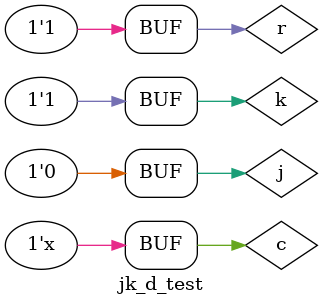
<source format=v>
`timescale 1ns / 1ps


module jk_d_test;

	// Inputs
	reg j;
	reg k;
	reg c;
	reg r;

	// Outputs
	wire q;

	// Instantiate the Unit Under Test (UUT)
	jk_d uut (
		.j(j), 
		.k(k), 
		.c(c), 
		.r(r), 
		.q(q)
	);

	initial begin
		// Initialize Inputs
		j = 0;
		k = 0;
		c = 0;
		r = 1;

		// Wait 100 ns for global reset to finish
		#6;
		
		r=0;
		
		#6;
		
		j = 1;
		k = 0;
		
		#6;
		
		j=1;
		k=1;
		
		#6;
		
		j=0;
		k=0;
		
		#6;
		r=1;
		
		#6;
		j=1;
		k=0;
		
		#6;
		j=0;
		k=1;
		
        
		// Add stimulus here

	end
   always   #2 c=~c;
endmodule


</source>
